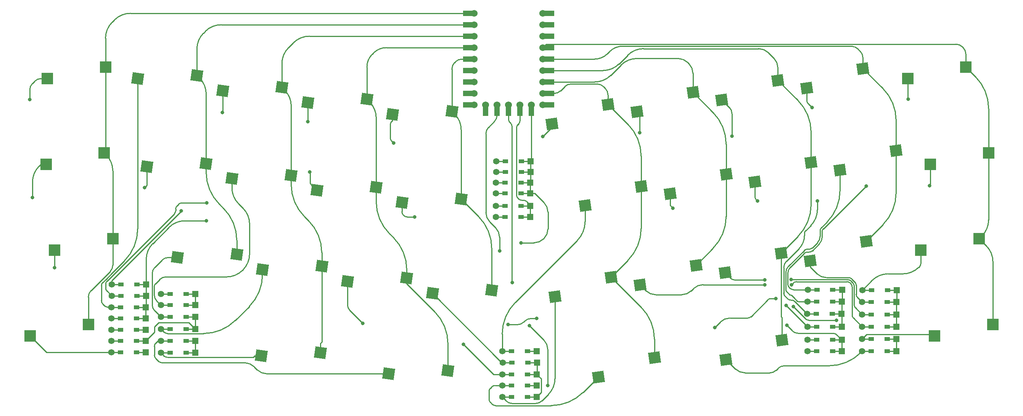
<source format=gbr>
G04 #@! TF.GenerationSoftware,KiCad,Pcbnew,7.0.1-0*
G04 #@! TF.CreationDate,2023-08-24T16:50:40+09:00*
G04 #@! TF.ProjectId,PCB_QAL,5043425f-5141-44c2-9e6b-696361645f70,rev?*
G04 #@! TF.SameCoordinates,Original*
G04 #@! TF.FileFunction,Copper,L2,Bot*
G04 #@! TF.FilePolarity,Positive*
%FSLAX46Y46*%
G04 Gerber Fmt 4.6, Leading zero omitted, Abs format (unit mm)*
G04 Created by KiCad (PCBNEW 7.0.1-0) date 2023-08-24 16:50:40*
%MOMM*%
%LPD*%
G01*
G04 APERTURE LIST*
G04 Aperture macros list*
%AMRotRect*
0 Rectangle, with rotation*
0 The origin of the aperture is its center*
0 $1 length*
0 $2 width*
0 $3 Rotation angle, in degrees counterclockwise*
0 Add horizontal line*
21,1,$1,$2,0,0,$3*%
G04 Aperture macros list end*
G04 #@! TA.AperFunction,SMDPad,CuDef*
%ADD10R,2.550000X2.500000*%
G04 #@! TD*
G04 #@! TA.AperFunction,SMDPad,CuDef*
%ADD11RotRect,2.550000X2.500000X352.000000*%
G04 #@! TD*
G04 #@! TA.AperFunction,SMDPad,CuDef*
%ADD12RotRect,2.550000X2.500000X8.000000*%
G04 #@! TD*
G04 #@! TA.AperFunction,ComponentPad*
%ADD13R,1.397000X1.397000*%
G04 #@! TD*
G04 #@! TA.AperFunction,SMDPad,CuDef*
%ADD14R,1.300000X0.950000*%
G04 #@! TD*
G04 #@! TA.AperFunction,ComponentPad*
%ADD15C,1.397000*%
G04 #@! TD*
G04 #@! TA.AperFunction,ComponentPad*
%ADD16C,1.524000*%
G04 #@! TD*
G04 #@! TA.AperFunction,SMDPad,CuDef*
%ADD17R,2.000000X1.200000*%
G04 #@! TD*
G04 #@! TA.AperFunction,SMDPad,CuDef*
%ADD18R,1.200000X2.000000*%
G04 #@! TD*
G04 #@! TA.AperFunction,ViaPad*
%ADD19C,0.800000*%
G04 #@! TD*
G04 #@! TA.AperFunction,Conductor*
%ADD20C,0.250000*%
G04 #@! TD*
G04 APERTURE END LIST*
D10*
X-236513475Y108684267D03*
X-249440475Y106144267D03*
D11*
X-216221932Y106841283D03*
X-229376627Y106125092D03*
X-197357325Y104190035D03*
X-210512020Y103473844D03*
X-178492719Y101538788D03*
X-191647414Y100822597D03*
X-159628112Y98887540D03*
X-172782807Y98171349D03*
D12*
X-124985883Y100422573D03*
X-137433579Y96108201D03*
X-106121276Y103073820D03*
X-118568972Y98759448D03*
X-87256670Y105725068D03*
X-99704366Y101410696D03*
X-68392063Y108376316D03*
X-80839759Y104061944D03*
D11*
X-195292421Y84662617D03*
X-208447116Y83946426D03*
X-176427814Y82011369D03*
X-189582509Y81295178D03*
X-157563208Y79360122D03*
X-170717903Y78643931D03*
D12*
X-117618484Y82220778D03*
X-130066180Y77906406D03*
X-98753877Y84872026D03*
X-111201573Y80557654D03*
X-79889270Y87523273D03*
X-92336966Y83208901D03*
X-61024664Y90174521D03*
X-73472360Y85860149D03*
D10*
X-40488975Y89634266D03*
X-53415975Y87094266D03*
D11*
X-207375972Y67123634D03*
X-220530667Y66407443D03*
X-188511365Y64472386D03*
X-201666060Y63756195D03*
X-169646759Y61821139D03*
X-182801454Y61104948D03*
X-150782152Y59169891D03*
X-163936847Y58453700D03*
D10*
X-45537475Y108684267D03*
X-58464475Y106144267D03*
X-236799475Y89634266D03*
X-249726475Y87094266D03*
D11*
X-188800000Y45290000D03*
X-201954695Y44573809D03*
D10*
X-42583975Y70584266D03*
X-55510975Y68044266D03*
X-234893975Y70584266D03*
X-247820975Y68044266D03*
D11*
X-160507380Y41299467D03*
X-173662075Y40583276D03*
D12*
X-114673817Y44160193D03*
X-127121513Y39845821D03*
D13*
X-73073475Y56576266D03*
D14*
X-75108475Y56576266D03*
X-78658475Y56576266D03*
D15*
X-80693475Y56576266D03*
D13*
X-140843475Y45626266D03*
D14*
X-142878475Y45626266D03*
X-146428475Y45626266D03*
D15*
X-148463475Y45626266D03*
D12*
X-67653926Y69997027D03*
X-80101622Y65682655D03*
D13*
X-140843475Y37968766D03*
D14*
X-142878475Y37968766D03*
X-146428475Y37968766D03*
D15*
X-148463475Y37968766D03*
D13*
X-142238475Y75400266D03*
D14*
X-144273475Y75400266D03*
X-147823475Y75400266D03*
D15*
X-149858475Y75400266D03*
D13*
X-227563475Y45366266D03*
D14*
X-229598475Y45366266D03*
X-233148475Y45366266D03*
D15*
X-235183475Y45366266D03*
D12*
X-86543926Y67357027D03*
X-98991622Y63042655D03*
D13*
X-227563475Y50374266D03*
D14*
X-229598475Y50374266D03*
X-233148475Y50374266D03*
D15*
X-235183475Y50374266D03*
D13*
X-140743475Y43086266D03*
D14*
X-142778475Y43086266D03*
X-146328475Y43086266D03*
D15*
X-148363475Y43086266D03*
D13*
X-60958475Y56506266D03*
D14*
X-62993475Y56506266D03*
X-66543475Y56506266D03*
D15*
X-68578475Y56506266D03*
D13*
X-60953475Y53756266D03*
D14*
X-62988475Y53756266D03*
X-66538475Y53756266D03*
D15*
X-68573475Y53756266D03*
D13*
X-216603475Y45266266D03*
D14*
X-218638475Y45266266D03*
X-222188475Y45266266D03*
D15*
X-224223475Y45266266D03*
D12*
X-105433926Y64687027D03*
X-117881622Y60372655D03*
D13*
X-142213475Y80616266D03*
D14*
X-144248475Y80616266D03*
X-147798475Y80616266D03*
D15*
X-149833475Y80616266D03*
D13*
X-73103475Y48146266D03*
D14*
X-75138475Y48146266D03*
X-78688475Y48146266D03*
D15*
X-80723475Y48146266D03*
D13*
X-216598475Y58346266D03*
D14*
X-218633475Y58346266D03*
X-222183475Y58346266D03*
D15*
X-224218475Y58346266D03*
D13*
X-60953475Y45566266D03*
D14*
X-62988475Y45566266D03*
X-66538475Y45566266D03*
D15*
X-68573475Y45566266D03*
D11*
X-214170925Y87294944D03*
X-227325620Y86578753D03*
D13*
X-73103475Y45566266D03*
D14*
X-75138475Y45566266D03*
X-78688475Y45566266D03*
D15*
X-80723475Y45566266D03*
D10*
X-240323475Y51534267D03*
X-253250475Y48994267D03*
D13*
X-227533475Y57916266D03*
D14*
X-229568475Y57916266D03*
X-233118475Y57916266D03*
D15*
X-235153475Y57916266D03*
D13*
X-140783475Y40476266D03*
D14*
X-142818475Y40476266D03*
X-146368475Y40476266D03*
D15*
X-148403475Y40476266D03*
D13*
X-216603475Y55842266D03*
D14*
X-218638475Y55842266D03*
X-222188475Y55842266D03*
D15*
X-224223475Y55842266D03*
D13*
X-216603475Y47910266D03*
D14*
X-218638475Y47910266D03*
X-222188475Y47910266D03*
D15*
X-224223475Y47910266D03*
D13*
X-142153475Y87730266D03*
D14*
X-144188475Y87730266D03*
X-147738475Y87730266D03*
D15*
X-149773475Y87730266D03*
D13*
X-73028475Y59276266D03*
D14*
X-75063475Y59276266D03*
X-78613475Y59276266D03*
D15*
X-80648475Y59276266D03*
D13*
X-227563475Y55382266D03*
D14*
X-229598475Y55382266D03*
X-233148475Y55382266D03*
D15*
X-235183475Y55382266D03*
D13*
X-60878475Y59166266D03*
D14*
X-62913475Y59166266D03*
X-66463475Y59166266D03*
D15*
X-68498475Y59166266D03*
D13*
X-227563475Y52878266D03*
D14*
X-229598475Y52878266D03*
X-233148475Y52878266D03*
D15*
X-235183475Y52878266D03*
D13*
X-60953475Y48296266D03*
D14*
X-62988475Y48296266D03*
X-66538475Y48296266D03*
D15*
X-68573475Y48296266D03*
D10*
X-39536475Y51534266D03*
X-52463475Y48994266D03*
D13*
X-142143475Y85358933D03*
D14*
X-144178475Y85358933D03*
X-147728475Y85358933D03*
D15*
X-149763475Y85358933D03*
D13*
X-142238475Y77866266D03*
D14*
X-144273475Y77866266D03*
X-147823475Y77866266D03*
D15*
X-149858475Y77866266D03*
D13*
X-140843475Y35416266D03*
D14*
X-142878475Y35416266D03*
X-146428475Y35416266D03*
D15*
X-148463475Y35416266D03*
D13*
X-227473475Y60396266D03*
D14*
X-229508475Y60396266D03*
X-233058475Y60396266D03*
D15*
X-235093475Y60396266D03*
D13*
X-227563475Y47870266D03*
D14*
X-229598475Y47870266D03*
X-233148475Y47870266D03*
D15*
X-235183475Y47870266D03*
D13*
X-73108475Y51016266D03*
D14*
X-75143475Y51016266D03*
X-78693475Y51016266D03*
D15*
X-80728475Y51016266D03*
D12*
X-124294488Y62040028D03*
X-136742184Y57725656D03*
D13*
X-60953475Y51026266D03*
D14*
X-62988475Y51026266D03*
X-66538475Y51026266D03*
D15*
X-68573475Y51026266D03*
D13*
X-216603475Y50554266D03*
D14*
X-218638475Y50554266D03*
X-222188475Y50554266D03*
D15*
X-224223475Y50554266D03*
D13*
X-73178475Y53906266D03*
D14*
X-75213475Y53906266D03*
X-78763475Y53906266D03*
D15*
X-80798475Y53906266D03*
D12*
X-86346872Y48095792D03*
X-98794568Y43781420D03*
D13*
X-142213475Y82987600D03*
D14*
X-144248475Y82987600D03*
X-147798475Y82987600D03*
D15*
X-149833475Y82987600D03*
D13*
X-216603475Y53198266D03*
D14*
X-218638475Y53198266D03*
X-222188475Y53198266D03*
D15*
X-224223475Y53198266D03*
D16*
X-154663475Y120626266D03*
D17*
X-156133475Y120626266D03*
D16*
X-154663475Y118086266D03*
D17*
X-156133475Y118086266D03*
D16*
X-154663475Y115546266D03*
D17*
X-156133475Y115546266D03*
D16*
X-154663475Y113006266D03*
D17*
X-156133475Y113006266D03*
D16*
X-154663475Y110466266D03*
D17*
X-156133475Y110466266D03*
D16*
X-154663475Y107926266D03*
D17*
X-156133475Y107926266D03*
D16*
X-154663475Y105386266D03*
D17*
X-156133475Y105386266D03*
D16*
X-154663475Y102846266D03*
D17*
X-156133475Y102846266D03*
D16*
X-154663475Y100306266D03*
D17*
X-156133475Y100306266D03*
D18*
X-152123475Y98846266D03*
D16*
X-152123475Y100306266D03*
D18*
X-149583475Y98836266D03*
D16*
X-149583475Y100306266D03*
D18*
X-147043475Y98846266D03*
D16*
X-147043475Y100306266D03*
X-144503475Y100306266D03*
D18*
X-144513475Y98836266D03*
X-141953475Y98846266D03*
D16*
X-141963475Y100306266D03*
D17*
X-137953475Y100306266D03*
D16*
X-139423475Y100306266D03*
D17*
X-137953475Y102846266D03*
D16*
X-139423475Y102846266D03*
D17*
X-137953475Y105386266D03*
D16*
X-139423475Y105386266D03*
D17*
X-137953475Y107926266D03*
D16*
X-139423475Y107926266D03*
D17*
X-137953475Y110466266D03*
D16*
X-139423475Y110466266D03*
D17*
X-137953475Y113006266D03*
D16*
X-139423475Y113006266D03*
D17*
X-137953475Y115546266D03*
D16*
X-139423475Y115546266D03*
D17*
X-137953475Y118086266D03*
D16*
X-139423475Y118086266D03*
D17*
X-137953475Y120626266D03*
D16*
X-139423475Y120626266D03*
D19*
X-85303475Y51326266D03*
X-214093475Y74556266D03*
X-144243475Y69666266D03*
X-140843475Y52856266D03*
X-147163475Y51496266D03*
X-101283475Y50836266D03*
X-74223475Y52496266D03*
X-146253475Y60836266D03*
X-83853475Y55486266D03*
X-87683475Y57296266D03*
X-142433475Y51296266D03*
X-138333475Y37968766D03*
X-149043475Y67856266D03*
X-253333475Y101486266D03*
X-210563475Y98576266D03*
X-219693475Y76776266D03*
X-214053475Y78516266D03*
X-191623475Y96606266D03*
X-172563475Y91806266D03*
X-139433475Y93286266D03*
X-117973475Y94096266D03*
X-97453475Y93356266D03*
X-79703475Y99726266D03*
X-191153475Y85406266D03*
X-167863475Y75426266D03*
X-85443475Y55796266D03*
X-110553475Y77386266D03*
X-91793475Y78926266D03*
X-78503475Y78966266D03*
X-67643475Y82296266D03*
X-53613475Y82366266D03*
X-157033475Y47096266D03*
X-179403475Y51746266D03*
X-84283475Y60316266D03*
X-90193475Y60376266D03*
X-84333475Y61486266D03*
X-90213475Y61456266D03*
X-227823475Y81906266D03*
X-58363475Y101546266D03*
X-252723475Y79736266D03*
X-247853475Y64106266D03*
D20*
X-73103475Y48146266D02*
X-73103475Y45566266D01*
X-82705048Y49556266D02*
X-74927689Y49556266D01*
X-144188475Y87730266D02*
X-142153475Y87730266D01*
X-227473475Y60396266D02*
X-227473475Y65975198D01*
X-229508475Y60396266D02*
X-227473475Y60396266D01*
X-142143475Y83057600D02*
X-142213475Y82987600D01*
X-138303475Y72758907D02*
X-138303475Y76473625D01*
X-142213475Y80616266D02*
X-144248475Y80616266D01*
X-227563475Y55382266D02*
X-227563475Y52878266D01*
X-141203475Y80616266D02*
X-142213475Y80616266D01*
X-227533475Y57916266D02*
X-227533475Y60336266D01*
X-229568475Y57916266D02*
X-227533475Y57916266D01*
X-229598475Y55382266D02*
X-227563475Y55382266D01*
X-227533475Y55412266D02*
X-227563475Y55382266D01*
X-144243475Y69666266D02*
X-141396116Y69666266D01*
X-142143475Y85358933D02*
X-144178475Y85358933D01*
X-142143475Y85358933D02*
X-142143475Y83057600D01*
X-227533475Y60336266D02*
X-227473475Y60396266D01*
X-142143475Y85358933D02*
X-142143475Y87720266D01*
X-141963475Y100306266D02*
X-141963475Y87920266D01*
X-73103475Y45566266D02*
X-75138475Y45566266D01*
X-75138475Y48146266D02*
X-73103475Y48146266D01*
X-139274795Y70544946D02*
X-139182154Y70637587D01*
X-74220582Y49263373D02*
X-73103475Y48146266D01*
X-85303475Y51326266D02*
X-84119261Y50142052D01*
X-226009009Y69510732D02*
X-222427941Y73091800D01*
X-229598475Y52878266D02*
X-227563475Y52878266D01*
X-218892407Y74556266D02*
X-214093475Y74556266D01*
X-142143475Y87720266D02*
X-142153475Y87730266D01*
X-139182155Y78594946D02*
X-141203475Y80616266D01*
X-141963475Y87920266D02*
X-142153475Y87730266D01*
X-144248475Y82987600D02*
X-142213475Y82987600D01*
X-142213475Y82987600D02*
X-142213475Y80616266D01*
X-227533475Y57916266D02*
X-227533475Y55412266D01*
X-74220582Y49263373D02*
G75*
G03*
X-74927689Y49556266I-707104J-707101D01*
G01*
X-138303475Y76473625D02*
G75*
G03*
X-139182155Y78594946I-3000005J-2D01*
G01*
X-139182154Y70637587D02*
G75*
G03*
X-138303475Y72758907I-2121319J2121319D01*
G01*
X-84119261Y50142052D02*
G75*
G03*
X-82705048Y49556266I1414213J1414214D01*
G01*
X-141396116Y69666266D02*
G75*
G03*
X-139274795Y70544946I-2J3000005D01*
G01*
X-218892407Y74556266D02*
G75*
G03*
X-222427941Y73091800I-1J-4999998D01*
G01*
X-226009009Y69510732D02*
G75*
G03*
X-227473475Y65975198I3535532J-3535533D01*
G01*
X-145265474Y95215786D02*
X-145265474Y80272479D01*
X-142238475Y78061266D02*
X-142238475Y77866266D01*
X-73103475Y53718266D02*
X-73103475Y51156266D01*
X-73073475Y56576266D02*
X-75108475Y56576266D01*
X-73028475Y59276266D02*
X-73028475Y56631266D01*
X-218638475Y55842266D02*
X-216603475Y55842266D01*
X-73043475Y56616266D02*
X-73043475Y53778266D01*
X-73178475Y53906266D02*
X-75213475Y53906266D01*
X-140843475Y45626266D02*
X-142878475Y45626266D01*
X-142055048Y52856266D02*
X-140843475Y52856266D01*
X-144796368Y96099106D02*
X-144972581Y95922893D01*
X-144099261Y79106266D02*
X-143697689Y79106266D01*
X-142238475Y75400266D02*
X-142238475Y77866266D01*
X-75063475Y59276266D02*
X-73028475Y59276266D01*
X-142238475Y77866266D02*
X-144273475Y77866266D01*
X-144972581Y79565372D02*
X-144806368Y79399159D01*
X-144273475Y75400266D02*
X-142238475Y75400266D01*
X-143657688Y52082053D02*
X-143469261Y52270480D01*
X-73043475Y53778266D02*
X-73103475Y53718266D01*
X-216598475Y58346266D02*
X-216598475Y55847266D01*
X-144503475Y100306266D02*
X-144503475Y96806213D01*
X-216598475Y55847266D02*
X-216603475Y55842266D01*
X-147163475Y51496266D02*
X-145071902Y51496266D01*
X-229598475Y50374266D02*
X-227563475Y50374266D01*
X-142990582Y78813373D02*
X-142238475Y78061266D01*
X-73108475Y51016266D02*
X-75143475Y51016266D01*
X-218633475Y58346266D02*
X-216598475Y58346266D01*
X-144972581Y95922893D02*
G75*
G03*
X-145265474Y95215786I707101J-707104D01*
G01*
X-144806368Y79399159D02*
G75*
G03*
X-144099261Y79106266I707104J707101D01*
G01*
X-145071902Y51496267D02*
G75*
G03*
X-143657689Y52082054I0J1999999D01*
G01*
X-145265473Y80272479D02*
G75*
G03*
X-144972580Y79565373I999993J-3D01*
G01*
X-142055048Y52856265D02*
G75*
G03*
X-143469260Y52270479I0J-1999999D01*
G01*
X-144796368Y96099106D02*
G75*
G03*
X-144503475Y96806213I-707101J707104D01*
G01*
X-142990582Y78813373D02*
G75*
G03*
X-143697689Y79106266I-707104J-707101D01*
G01*
X-60878475Y56586266D02*
X-60958475Y56506266D01*
X-97910834Y52966266D02*
X-94313475Y52966266D01*
X-140783475Y40476266D02*
X-142818475Y40476266D01*
X-60953475Y53756266D02*
X-60953475Y56501266D01*
X-60878475Y59166266D02*
X-60878475Y56586266D01*
X-218638475Y50554266D02*
X-216603475Y50554266D01*
X-216603475Y53198266D02*
X-218638475Y53198266D01*
X-218025475Y51976266D02*
X-216603475Y50554266D01*
X-227563475Y47870266D02*
X-225633475Y49800266D01*
X-140843475Y35416266D02*
X-139819975Y36439766D01*
X-101283475Y50836266D02*
X-100032154Y52087587D01*
X-146281476Y60864267D02*
X-146253475Y60836266D01*
X-60953475Y51026266D02*
X-60953475Y53756266D01*
X-216603475Y50554266D02*
X-216603475Y53198266D01*
X-146281476Y95495786D02*
X-146281476Y60864267D01*
X-60958475Y56506266D02*
X-62993475Y56506266D01*
X-146750582Y96379106D02*
X-146574369Y96202893D01*
X-225633475Y49800266D02*
X-225633475Y51026266D01*
X-147043475Y100306266D02*
X-147043475Y97086213D01*
X-94313475Y52966266D02*
X-93957689Y52966266D01*
X-139819975Y39512766D02*
X-140783475Y40476266D01*
X-62913475Y59166266D02*
X-60878475Y59166266D01*
X-227563475Y47870266D02*
X-229598475Y47870266D01*
X-88799261Y57296266D02*
X-87683475Y57296266D01*
X-140743475Y43086266D02*
X-140743475Y40516266D01*
X-224683475Y51976266D02*
X-218025475Y51976266D01*
X-83853475Y55486266D02*
X-81156368Y52789159D01*
X-60953475Y53756266D02*
X-62988475Y53756266D01*
X-140743475Y40516266D02*
X-140783475Y40476266D01*
X-80449261Y52496266D02*
X-74223475Y52496266D01*
X-139819975Y36439766D02*
X-139819975Y39512766D01*
X-60953475Y51026266D02*
X-62988475Y51026266D01*
X-60953475Y56501266D02*
X-60958475Y56506266D01*
X-225633475Y51026266D02*
X-224683475Y51976266D01*
X-140843475Y35416266D02*
X-142878475Y35416266D01*
X-142778475Y43086266D02*
X-140743475Y43086266D01*
X-93250582Y53259159D02*
X-89506368Y57003373D01*
X-97910834Y52966266D02*
G75*
G03*
X-100032154Y52087587I-1J-2999998D01*
G01*
X-81156368Y52789159D02*
G75*
G03*
X-80449261Y52496266I707106J707106D01*
G01*
X-147043474Y97086213D02*
G75*
G03*
X-146750581Y96379107I999993J-3D01*
G01*
X-93957689Y52966267D02*
G75*
G03*
X-93250583Y53259160I1J999998D01*
G01*
X-146281477Y95495786D02*
G75*
G03*
X-146574370Y96202892I-999993J3D01*
G01*
X-88799261Y57296265D02*
G75*
G03*
X-89506367Y57003372I-1J-999998D01*
G01*
X-216603475Y47910266D02*
X-216603475Y45266266D01*
X-140843475Y37968766D02*
X-142878475Y37968766D01*
X-152073475Y93901573D02*
X-152073475Y76408907D01*
X-60953475Y45566266D02*
X-60953475Y48296266D01*
X-149043475Y70893625D02*
X-149043475Y67856266D01*
X-60953475Y45566266D02*
X-62988475Y45566266D01*
X-149583475Y100306266D02*
X-149583475Y98048427D01*
X-60953475Y48296266D02*
X-62988475Y48296266D01*
X-150169262Y96634213D02*
X-151487689Y95315786D01*
X-151194795Y74287586D02*
X-149922154Y73014945D01*
X-218638475Y45266266D02*
X-216603475Y45266266D01*
X-138333475Y45953625D02*
X-138333475Y37968766D01*
X-229598475Y45366266D02*
X-227563475Y45366266D01*
X-142433475Y51296266D02*
X-139212154Y48074945D01*
X-216603475Y47910266D02*
X-218638475Y47910266D01*
X-151487689Y95315786D02*
G75*
G03*
X-152073475Y93901573I1414214J-1414213D01*
G01*
X-149043475Y70893625D02*
G75*
G03*
X-149922154Y73014945I-2999998J1D01*
G01*
X-152073475Y76408907D02*
G75*
G03*
X-151194795Y74287586I3000005J2D01*
G01*
X-138333475Y45953625D02*
G75*
G03*
X-139212154Y48074945I-2999998J1D01*
G01*
X-150169262Y96634213D02*
G75*
G03*
X-149583475Y98048427I-1414213J1414214D01*
G01*
X-240323475Y57637839D02*
X-240323475Y51534267D01*
X-236513475Y89920266D02*
X-236799475Y89634266D01*
X-236513475Y115095198D02*
X-236513475Y108684267D01*
X-235479762Y63309979D02*
X-239737689Y59052052D01*
X-154663475Y120626266D02*
X-230982407Y120626266D01*
X-234893975Y85657698D02*
X-234893975Y70584266D01*
X-234893975Y70584266D02*
X-234893975Y64724193D01*
X-234517941Y119161800D02*
X-235049009Y118630732D01*
X-236513475Y108684267D02*
X-236513475Y89920266D01*
X-236799475Y89634266D02*
X-236358441Y89193232D01*
X-239737689Y59052052D02*
G75*
G03*
X-240323475Y57637839I1414214J-1414213D01*
G01*
X-230982407Y120626266D02*
G75*
G03*
X-234517941Y119161800I-1J-4999998D01*
G01*
X-235049009Y118630732D02*
G75*
G03*
X-236513475Y115095198I3535532J-3535533D01*
G01*
X-234893975Y85657698D02*
G75*
G03*
X-236358441Y89193232I-4999998J1D01*
G01*
X-235479762Y63309979D02*
G75*
G03*
X-234893975Y64724193I-1414213J1414214D01*
G01*
X-214170925Y102719208D02*
X-214170925Y87294944D01*
X-216221932Y112696741D02*
X-216221932Y106841283D01*
X-154663475Y118086266D02*
X-210832407Y118086266D01*
X-207375972Y67123634D02*
X-207375972Y70239177D01*
X-216221932Y106841283D02*
X-215635391Y106254742D01*
X-214170925Y85318402D02*
X-214170925Y87294944D01*
X-214367941Y116621800D02*
X-214757466Y116232275D01*
X-210304904Y77310245D02*
X-211241993Y78247334D01*
X-207375973Y70239177D02*
G75*
G03*
X-210304904Y77310245I-10000006J-2D01*
G01*
X-210832407Y118086266D02*
G75*
G03*
X-214367941Y116621800I-1J-4999998D01*
G01*
X-214170924Y85318402D02*
G75*
G03*
X-211241993Y78247334I10000006J2D01*
G01*
X-214170925Y102719208D02*
G75*
G03*
X-215635391Y106254742I-4999998J1D01*
G01*
X-214757466Y116232275D02*
G75*
G03*
X-216221932Y112696741I3535532J-3535533D01*
G01*
X-154663475Y115546266D02*
X-191262407Y115546266D01*
X-195292421Y82573882D02*
X-195292421Y84662617D01*
X-194797941Y114081800D02*
X-195892859Y112986882D01*
X-195292421Y100054063D02*
X-195292421Y84662617D01*
X-188511365Y64472386D02*
X-188511365Y67508554D01*
X-197357325Y104190035D02*
X-196756887Y103589597D01*
X-188511365Y64472386D02*
X-188511365Y47668635D01*
X-188511365Y47668635D02*
X-188800000Y47380000D01*
X-191440297Y74579622D02*
X-192363489Y75502814D01*
X-188800000Y47380000D02*
X-188800000Y45290000D01*
X-197357325Y109451348D02*
X-197357325Y104190035D01*
X-195892859Y112986882D02*
G75*
G03*
X-197357325Y109451348I3535532J-3535533D01*
G01*
X-191262407Y115546266D02*
G75*
G03*
X-194797941Y114081800I-1J-4999998D01*
G01*
X-188511365Y67508554D02*
G75*
G03*
X-191440297Y74579622I-9999996J2D01*
G01*
X-195292421Y100054063D02*
G75*
G03*
X-196756887Y103589597I-4999998J1D01*
G01*
X-195292420Y82573882D02*
G75*
G03*
X-192363489Y75502814I10000006J2D01*
G01*
X-169646759Y61821139D02*
X-169646759Y60558855D01*
X-176427814Y97402815D02*
X-176427814Y82011369D01*
X-169646759Y61821139D02*
X-169646759Y63727414D01*
X-172575691Y70798482D02*
X-173498882Y71721673D01*
X-178492719Y108690168D02*
X-178492719Y101538788D01*
X-169646759Y60558855D02*
X-163436312Y54348408D01*
X-178492719Y101538788D02*
X-177892280Y100938349D01*
X-160507380Y47277340D02*
X-160507380Y41299467D01*
X-177005048Y111834693D02*
X-177321146Y111518595D01*
X-154663475Y113006266D02*
X-174176621Y113006266D01*
X-176427814Y78792741D02*
X-176427814Y82011369D01*
X-160507380Y47277340D02*
G75*
G03*
X-163436312Y54348408I-9999996J2D01*
G01*
X-177321146Y111518595D02*
G75*
G03*
X-178492719Y108690168I2828426J-2828427D01*
G01*
X-176427814Y97402815D02*
G75*
G03*
X-177892280Y100938349I-4999998J1D01*
G01*
X-176427814Y78792741D02*
G75*
G03*
X-173498882Y71721673I9999996J-2D01*
G01*
X-174176621Y113006266D02*
G75*
G03*
X-177005048Y111834693I0J-3999999D01*
G01*
X-169646759Y63727414D02*
G75*
G03*
X-172575691Y70798482I-9999996J2D01*
G01*
X-159628112Y98887540D02*
X-159628112Y108243202D01*
X-157563208Y94751568D02*
X-157563208Y79360122D01*
X-159042325Y109657416D02*
X-158819261Y109880480D01*
X-159628112Y98887540D02*
X-159027674Y98287102D01*
X-150782152Y68436930D02*
X-150782152Y59169891D01*
X-157405048Y110466266D02*
X-154663475Y110466266D01*
X-157563208Y79360122D02*
X-153711084Y75507998D01*
X-150782152Y68436930D02*
G75*
G03*
X-153711084Y75507998I-9999996J2D01*
G01*
X-157405048Y110466265D02*
G75*
G03*
X-158819260Y109880479I0J-1999999D01*
G01*
X-157563208Y94751568D02*
G75*
G03*
X-159027674Y98287102I-4999998J1D01*
G01*
X-159042325Y109657416D02*
G75*
G03*
X-159628112Y108243202I1414213J-1414214D01*
G01*
X-120547416Y65787100D02*
X-124294488Y62040028D01*
X-117618484Y82220778D02*
X-117618484Y72858168D01*
X-135487688Y103432053D02*
X-134569261Y104350480D01*
X-124985883Y102530247D02*
X-124985883Y100422573D01*
X-139423475Y102846266D02*
X-136901902Y102846266D01*
X-114673817Y48277221D02*
X-114673817Y44160193D01*
X-133155048Y104936266D02*
X-127391902Y104936266D01*
X-124294488Y62040028D02*
X-117602749Y55348289D01*
X-117618484Y88913038D02*
X-117618484Y82220778D01*
X-124985883Y100422573D02*
X-120547416Y95984106D01*
X-125977688Y104350479D02*
X-125571669Y103944460D01*
X-114673817Y48277221D02*
G75*
G03*
X-117602749Y55348289I-9999996J2D01*
G01*
X-117618484Y88913038D02*
G75*
G03*
X-120547416Y95984106I-9999996J2D01*
G01*
X-124985884Y102530247D02*
G75*
G03*
X-125571670Y103944459I-1999999J0D01*
G01*
X-125977688Y104350479D02*
G75*
G03*
X-127391902Y104936266I-1414214J-1414213D01*
G01*
X-120547416Y65787100D02*
G75*
G03*
X-117618484Y72858168I-7071075J7071070D01*
G01*
X-133155048Y104936265D02*
G75*
G03*
X-134569260Y104350479I0J-1999999D01*
G01*
X-136901902Y102846267D02*
G75*
G03*
X-135487689Y103432054I0J1999999D01*
G01*
X-127904543Y105386266D02*
X-139423475Y105386266D01*
X-101682809Y68438144D02*
X-105433926Y64687027D01*
X-106999956Y109432747D02*
X-107284796Y109717587D01*
X-98753877Y91564285D02*
X-98753877Y84872026D01*
X-122087941Y109131800D02*
X-124369009Y106850732D01*
X-109406116Y110596266D02*
X-118552407Y110596266D01*
X-106121276Y103073820D02*
X-101682809Y98635353D01*
X-98753877Y84872026D02*
X-98753877Y75509212D01*
X-106121276Y103073820D02*
X-106121276Y107311426D01*
X-107284796Y109717587D02*
G75*
G03*
X-109406116Y110596266I-2121319J-2121319D01*
G01*
X-101682809Y68438144D02*
G75*
G03*
X-98753877Y75509212I-7071064J7071066D01*
G01*
X-106121277Y107311426D02*
G75*
G03*
X-106999957Y109432746I-2999993J3D01*
G01*
X-98753878Y91564285D02*
G75*
G03*
X-101682809Y98635353I-10000006J-2D01*
G01*
X-127904543Y105386266D02*
G75*
G03*
X-124369009Y106850732I1J4999998D01*
G01*
X-118552407Y110596266D02*
G75*
G03*
X-122087941Y109131800I-1J-4999998D01*
G01*
X-86346872Y48095792D02*
X-86346872Y53092946D01*
X-87256670Y108516820D02*
X-87256670Y105725068D01*
X-82818202Y71082751D02*
X-86543926Y67357027D01*
X-79889270Y87523273D02*
X-79889270Y78153819D01*
X-89394795Y111897586D02*
X-88135349Y110638140D01*
X-87256670Y105725068D02*
X-82818202Y101286600D01*
X-122529009Y109390732D02*
X-120597941Y111321800D01*
X-79889270Y94215532D02*
X-79889270Y87523273D01*
X-86543926Y67357027D02*
X-86543926Y53290000D01*
X-117062407Y112786266D02*
X-92546784Y112786266D01*
X-92546784Y112786266D02*
X-92536784Y112776266D01*
X-92536784Y112776266D02*
X-91516116Y112776266D01*
X-139423475Y107926266D02*
X-126064543Y107926266D01*
X-86346872Y53092946D02*
X-86543926Y53290000D01*
X-79889271Y94215532D02*
G75*
G03*
X-82818202Y101286600I-10000006J-2D01*
G01*
X-126064543Y107926266D02*
G75*
G03*
X-122529009Y109390732I1J4999998D01*
G01*
X-82818202Y71082751D02*
G75*
G03*
X-79889270Y78153819I-7071075J7071070D01*
G01*
X-87256670Y108516820D02*
G75*
G03*
X-88135349Y110638140I-2999998J1D01*
G01*
X-89394795Y111897586D02*
G75*
G03*
X-91516116Y112776266I-2121323J-2121325D01*
G01*
X-117062407Y112786266D02*
G75*
G03*
X-120597941Y111321800I-1J-4999998D01*
G01*
X-68392063Y110174854D02*
X-68383475Y110183442D01*
X-68392063Y108376316D02*
X-63953596Y103937849D01*
X-63953596Y73697357D02*
X-67653926Y69997027D01*
X-124593049Y112146692D02*
X-125101902Y111637839D01*
X-127930329Y110466266D02*
X-139423475Y110466266D01*
X-70943901Y113318265D02*
X-121764622Y113318265D01*
X-61024664Y90174521D02*
X-61024664Y80768425D01*
X-68969262Y112172053D02*
X-69529688Y112732479D01*
X-68383475Y110183442D02*
X-68383475Y110757839D01*
X-68392063Y108376316D02*
X-68392063Y110174854D01*
X-61024664Y96866781D02*
X-61024664Y90174521D01*
X-63953596Y73697357D02*
G75*
G03*
X-61024664Y80768425I-7071064J7071066D01*
G01*
X-68383476Y110757839D02*
G75*
G03*
X-68969263Y112172052I-1999999J0D01*
G01*
X-121764622Y113318265D02*
G75*
G03*
X-124593049Y112146692I0J-3999999D01*
G01*
X-69529688Y112732479D02*
G75*
G03*
X-70943901Y113318265I-1414213J-1414214D01*
G01*
X-127930329Y110466266D02*
G75*
G03*
X-125101902Y111637839I0J3999999D01*
G01*
X-61024664Y96866781D02*
G75*
G03*
X-63953596Y103937849I-9999996J2D01*
G01*
X-42583975Y70584266D02*
X-41000941Y69001232D01*
X-45537475Y108684267D02*
X-43417907Y106564699D01*
X-138661476Y113768265D02*
X-47733901Y113768265D01*
X-46319687Y113182478D02*
X-46123261Y112986052D01*
X-39536475Y65465698D02*
X-39536475Y51534266D01*
X-139423475Y113006266D02*
X-138661476Y113768265D01*
X-40488975Y99493631D02*
X-40488975Y89634266D01*
X-40488975Y89634266D02*
X-40488975Y74750334D01*
X-45537475Y111571839D02*
X-45537475Y108684267D01*
X-41953441Y71214800D02*
X-42583975Y70584266D01*
X-45537476Y111571839D02*
G75*
G03*
X-46123262Y112986051I-1999999J0D01*
G01*
X-39536475Y65465698D02*
G75*
G03*
X-41000941Y69001232I-4999998J1D01*
G01*
X-41953441Y71214800D02*
G75*
G03*
X-40488975Y74750334I-3535532J3535533D01*
G01*
X-40488976Y99493631D02*
G75*
G03*
X-43417907Y106564699I-10000006J-2D01*
G01*
X-46319687Y113182478D02*
G75*
G03*
X-47733901Y113768265I-1414214J-1414213D01*
G01*
X-250797047Y106144267D02*
X-249440475Y106144267D01*
X-235183475Y52878266D02*
X-233148475Y52878266D01*
X-252747688Y105022053D02*
X-252211260Y105558481D01*
X-253333475Y101486266D02*
X-253333475Y103607839D01*
X-252747688Y105022053D02*
G75*
G03*
X-253333475Y103607839I1414213J-1414214D01*
G01*
X-250797047Y106144266D02*
G75*
G03*
X-252211259Y105558480I0J-1999999D01*
G01*
X-237423475Y60142052D02*
X-237423475Y56810480D01*
X-236349899Y61629842D02*
X-237130582Y60849159D01*
X-234406673Y63569464D02*
X-236346295Y61629842D01*
X-229376627Y106125092D02*
X-229376627Y72741646D01*
X-235995261Y55382266D02*
X-235183475Y55382266D01*
X-232305559Y65670578D02*
X-235391673Y62584464D01*
X-235183475Y55382266D02*
X-233148475Y55382266D01*
X-236346295Y61629842D02*
X-236349899Y61629842D01*
X-237130582Y56103373D02*
X-236702368Y55675159D01*
X-232305559Y65670578D02*
G75*
G03*
X-229376627Y72741646I-7071064J7071066D01*
G01*
X-236702368Y55675159D02*
G75*
G03*
X-235995261Y55382266I707106J707106D01*
G01*
X-237130582Y60849159D02*
G75*
G03*
X-237423475Y60142052I707101J-707104D01*
G01*
X-237423474Y56810480D02*
G75*
G03*
X-237130581Y56103374I999993J-3D01*
G01*
X-235093475Y61306266D02*
X-219693475Y76706266D01*
X-210512020Y98627721D02*
X-210512020Y103473844D01*
X-210563475Y98576266D02*
X-210512020Y98627721D01*
X-235093475Y60396266D02*
X-233058475Y60396266D01*
X-219693475Y76706266D02*
X-219693475Y76776266D01*
X-235093475Y60396266D02*
X-235093475Y61306266D01*
X-191623475Y96606266D02*
X-191647414Y96630205D01*
X-236180582Y58943373D02*
X-235153475Y57916266D01*
X-236473475Y59650480D02*
X-236473475Y60452052D01*
X-219579261Y78516266D02*
X-214053475Y78516266D01*
X-236180582Y61159159D02*
X-221226368Y76113373D01*
X-220640582Y77869159D02*
X-220286368Y78223373D01*
X-220933475Y76820480D02*
X-220933475Y77162052D01*
X-235153475Y57916266D02*
X-233118475Y57916266D01*
X-191647414Y96630205D02*
X-191647414Y100822597D01*
X-220640582Y77869159D02*
G75*
G03*
X-220933475Y77162052I707101J-707104D01*
G01*
X-236473474Y59650480D02*
G75*
G03*
X-236180581Y58943374I999998J-1D01*
G01*
X-219579261Y78516265D02*
G75*
G03*
X-220286367Y78223372I-3J-999993D01*
G01*
X-236180582Y61159159D02*
G75*
G03*
X-236473475Y60452052I707106J-707106D01*
G01*
X-221226368Y76113373D02*
G75*
G03*
X-220933475Y76820480I-707106J707106D01*
G01*
X-173283475Y92940480D02*
X-173283475Y95912052D01*
X-172782807Y96826934D02*
X-172782807Y98171349D01*
X-147798475Y80616266D02*
X-149833475Y80616266D01*
X-172563475Y91806266D02*
X-172990582Y92233373D01*
X-172990582Y96619159D02*
X-172782807Y96826934D01*
X-173283474Y92940480D02*
G75*
G03*
X-172990581Y92233374I999993J-3D01*
G01*
X-172990582Y96619159D02*
G75*
G03*
X-173283475Y95912052I707101J-707104D01*
G01*
X-139433475Y93286266D02*
X-137433579Y95286162D01*
X-149833475Y82987600D02*
X-147798475Y82987600D01*
X-137433579Y95286162D02*
X-137433579Y96108201D01*
X-117973475Y94096266D02*
X-117973475Y98163951D01*
X-117973475Y98163951D02*
X-118568972Y98759448D01*
X-147728475Y85358933D02*
X-149763475Y85358933D01*
X-97453475Y93356266D02*
X-97453475Y98331378D01*
X-98039262Y99745592D02*
X-99704366Y101410696D01*
X-149773475Y87730266D02*
X-147738475Y87730266D01*
X-97453476Y98331378D02*
G75*
G03*
X-98039263Y99745591I-1999999J0D01*
G01*
X-80723475Y45566266D02*
X-78688475Y45566266D01*
X-80839759Y101276764D02*
X-80839759Y104061944D01*
X-79703475Y99726266D02*
X-80546866Y100569657D01*
X-80839758Y101276764D02*
G75*
G03*
X-80546865Y100569658I999993J-3D01*
G01*
X-222188475Y55842266D02*
X-224223475Y55842266D01*
X-225410582Y60589159D02*
X-224489261Y61510480D01*
X-204533475Y67197334D02*
X-204533475Y73825198D01*
X-208447116Y81880975D02*
X-208447116Y83946426D01*
X-224223475Y55842266D02*
X-225117689Y56736480D01*
X-206099009Y63560732D02*
X-205997941Y63661800D01*
X-225703475Y58150693D02*
X-225703475Y59882052D01*
X-205997941Y77360732D02*
X-206982650Y78345441D01*
X-223075048Y62096266D02*
X-209634543Y62096266D01*
X-225703474Y58150693D02*
G75*
G03*
X-225117688Y56736481I1999999J0D01*
G01*
X-223075048Y62096265D02*
G75*
G03*
X-224489260Y61510479I0J-1999999D01*
G01*
X-209634543Y62096266D02*
G75*
G03*
X-206099009Y63560732I1J4999998D01*
G01*
X-204533475Y73825198D02*
G75*
G03*
X-205997941Y77360732I-4999998J1D01*
G01*
X-208447116Y81880975D02*
G75*
G03*
X-206982650Y78345441I4999998J-1D01*
G01*
X-225410582Y60589159D02*
G75*
G03*
X-225703475Y59882052I707101J-707104D01*
G01*
X-205997941Y63661800D02*
G75*
G03*
X-204533475Y67197334I-3535532J3535533D01*
G01*
X-191103475Y85356266D02*
X-191103475Y83230358D01*
X-149858475Y77866266D02*
X-147823475Y77866266D01*
X-191153475Y85406266D02*
X-191103475Y85356266D01*
X-190810582Y82523251D02*
X-189582509Y81295178D01*
X-191103474Y83230358D02*
G75*
G03*
X-190810581Y82523252I999993J-3D01*
G01*
X-170296368Y75719159D02*
X-170425010Y75847801D01*
X-170717903Y76554908D02*
X-170717903Y78643931D01*
X-147823475Y75400266D02*
X-149858475Y75400266D01*
X-167863475Y75426266D02*
X-169589261Y75426266D01*
X-170717902Y76554908D02*
G75*
G03*
X-170425009Y75847802I999993J-3D01*
G01*
X-170296368Y75719159D02*
G75*
G03*
X-169589261Y75426266I707104J707101D01*
G01*
X-130066180Y74388842D02*
X-130066180Y77906406D01*
X-148463475Y45626266D02*
X-148463475Y49374130D01*
X-132663475Y69306266D02*
X-131823539Y70146202D01*
X-145534543Y56445198D02*
X-132673475Y69306266D01*
X-132673475Y69306266D02*
X-132663475Y69306266D01*
X-146428475Y45626266D02*
X-148463475Y45626266D01*
X-131823539Y70146202D02*
G75*
G03*
X-130066180Y74388842I-4242644J4242642D01*
G01*
X-145534543Y56445198D02*
G75*
G03*
X-148463475Y49374130I7071075J-7071070D01*
G01*
X-78693475Y51016266D02*
X-80728475Y51016266D01*
X-111201573Y78034364D02*
X-111201573Y80557654D01*
X-85443475Y55731266D02*
X-85443475Y55796266D01*
X-110553475Y77386266D02*
X-111201573Y78034364D01*
X-80728475Y51016266D02*
X-85443475Y55731266D01*
X-85958475Y64157484D02*
X-85958475Y58495480D01*
X-78503475Y78966266D02*
X-78503475Y77023173D01*
X-81379037Y71662329D02*
X-81379037Y71222203D01*
X-91793475Y78926266D02*
X-92044073Y79176864D01*
X-84419261Y56956266D02*
X-84262689Y56956266D01*
X-82550610Y68393776D02*
X-85372688Y65571698D01*
X-83555582Y56663373D02*
X-80798475Y53906266D01*
X-79967941Y73487639D02*
X-81086144Y72369436D01*
X-80798475Y53906266D02*
X-78763475Y53906266D01*
X-92336966Y79883971D02*
X-92336966Y83208901D01*
X-85665582Y57788373D02*
X-85126368Y57249159D01*
X-81086144Y72369436D02*
G75*
G03*
X-81379037Y71662329I707106J-707106D01*
G01*
X-92336965Y79883971D02*
G75*
G03*
X-92044072Y79176865I999998J-1D01*
G01*
X-83555582Y56663373D02*
G75*
G03*
X-84262689Y56956266I-707106J-707106D01*
G01*
X-82550610Y68393776D02*
G75*
G03*
X-81379037Y71222203I-2828426J2828427D01*
G01*
X-85126368Y57249159D02*
G75*
G03*
X-84419261Y56956266I707106J707106D01*
G01*
X-85958474Y58495480D02*
G75*
G03*
X-85665581Y57788374I999998J-1D01*
G01*
X-79967941Y73487639D02*
G75*
G03*
X-78503475Y77023173I-3535532J3535533D01*
G01*
X-85372688Y65571698D02*
G75*
G03*
X-85958475Y64157484I1414213J-1414214D01*
G01*
X-73472360Y81285381D02*
X-73472360Y85860149D01*
X-80693475Y56576266D02*
X-82624972Y56576266D01*
X-84922689Y64454550D02*
X-81410118Y67967123D01*
X-83602079Y57346266D02*
X-83603475Y57346266D01*
X-83603475Y57346266D02*
X-84273475Y58016266D01*
X-84273475Y58016266D02*
X-84336368Y58016266D01*
X-80693475Y56576266D02*
X-78658475Y56576266D01*
X-80703011Y68260016D02*
X-80310335Y68260016D01*
X-84689922Y58162713D02*
X-85215582Y58688373D01*
X-82978526Y56722713D02*
X-83602079Y57346266D01*
X-77605582Y73010023D02*
X-76401292Y74214313D01*
X-77898475Y71086089D02*
X-77898475Y72302916D01*
X-85508475Y59395480D02*
X-85508475Y63040337D01*
X-79603228Y68552909D02*
X-78484261Y69671876D01*
X-80703011Y68260015D02*
G75*
G03*
X-81410117Y67967122I-3J-999993D01*
G01*
X-84922689Y64454550D02*
G75*
G03*
X-85508475Y63040337I1414214J-1414213D01*
G01*
X-82978526Y56722713D02*
G75*
G03*
X-82624972Y56576266I353553J353550D01*
G01*
X-84689922Y58162713D02*
G75*
G03*
X-84336368Y58016266I353553J353550D01*
G01*
X-78484261Y69671876D02*
G75*
G03*
X-77898475Y71086089I-1414214J1414213D01*
G01*
X-85508474Y59395480D02*
G75*
G03*
X-85215581Y58688374I999998J-1D01*
G01*
X-80310335Y68260017D02*
G75*
G03*
X-79603229Y68552910I3J999993D01*
G01*
X-76401292Y74214313D02*
G75*
G03*
X-73472360Y81285381I-7071064J7071066D01*
G01*
X-77605582Y73010023D02*
G75*
G03*
X-77898475Y72302916I707101J-707104D01*
G01*
X-80729813Y67596818D02*
X-80337137Y67596818D01*
X-85058475Y60480175D02*
X-85058475Y62853942D01*
X-79630030Y67889711D02*
X-78034261Y69485480D01*
X-67682943Y82296266D02*
X-67643475Y82296266D01*
X-80648475Y59276266D02*
X-78613475Y59276266D01*
X-77155582Y72823627D02*
X-67682943Y82296266D01*
X-53613475Y82366266D02*
X-53415975Y82563766D01*
X-53415975Y82563766D02*
X-53415975Y87094266D01*
X-84561673Y59569159D02*
X-84765582Y59773068D01*
X-77448475Y70899693D02*
X-77448475Y72116520D01*
X-80648475Y59276266D02*
X-83854566Y59276266D01*
X-84472689Y64268155D02*
X-81436920Y67303925D01*
X-78034261Y69485480D02*
G75*
G03*
X-77448475Y70899693I-1414214J1414213D01*
G01*
X-80729813Y67596817D02*
G75*
G03*
X-81436919Y67303924I-1J-999998D01*
G01*
X-84561673Y59569159D02*
G75*
G03*
X-83854566Y59276266I707106J707106D01*
G01*
X-80337137Y67596819D02*
G75*
G03*
X-79630031Y67889712I1J999998D01*
G01*
X-84472689Y64268155D02*
G75*
G03*
X-85058475Y62853942I1414214J-1414213D01*
G01*
X-85058474Y60480175D02*
G75*
G03*
X-84765581Y59773069I999998J-1D01*
G01*
X-77155582Y72823627D02*
G75*
G03*
X-77448475Y72116520I707101J-707104D01*
G01*
X-224223475Y53198266D02*
X-222188475Y53198266D01*
X-225567688Y64222053D02*
X-223968084Y65821657D01*
X-222553871Y66407443D02*
X-220530667Y66407443D01*
X-224223475Y53198266D02*
X-225567689Y54542480D01*
X-226153475Y55956693D02*
X-226153475Y62807839D01*
X-222553871Y66407442D02*
G75*
G03*
X-223968083Y65821656I0J-1999999D01*
G01*
X-225567688Y64222053D02*
G75*
G03*
X-226153475Y62807839I1414213J-1414214D01*
G01*
X-226153474Y55956693D02*
G75*
G03*
X-225567688Y54542481I1999999J0D01*
G01*
X-224223475Y50554266D02*
X-222188475Y50554266D01*
X-201666060Y62615817D02*
X-201666060Y63756195D01*
X-224223475Y50554266D02*
X-223492868Y49823659D01*
X-222785761Y49530766D02*
X-214751111Y49530766D01*
X-207680043Y52459698D02*
X-204594992Y55544749D01*
X-204594992Y55544749D02*
G75*
G03*
X-201666060Y62615817I-7071064J7071066D01*
G01*
X-214751111Y49530766D02*
G75*
G03*
X-207680043Y52459698I2J9999996D01*
G01*
X-223492868Y49823659D02*
G75*
G03*
X-222785761Y49530766I707104J707101D01*
G01*
X-182801454Y55972672D02*
X-182801454Y61104948D01*
X-179403475Y51746266D02*
X-182215668Y54558459D01*
X-150413475Y40476266D02*
X-157033475Y47096266D01*
X-148403475Y40476266D02*
X-150413475Y40476266D01*
X-146368475Y40476266D02*
X-148403475Y40476266D01*
X-182801453Y55972672D02*
G75*
G03*
X-182215667Y54558460I1999999J0D01*
G01*
X-148569413Y43086266D02*
X-163936847Y58453700D01*
X-148363475Y43086266D02*
X-146328475Y43086266D01*
X-148363475Y43086266D02*
X-148569413Y43086266D01*
X-147619262Y34572053D02*
X-148463475Y35416266D01*
X-148463475Y35416266D02*
X-146428475Y35416266D01*
X-136742184Y57725656D02*
X-136742184Y39541625D01*
X-138206650Y36006091D02*
X-139640689Y34572052D01*
X-141054902Y33986266D02*
X-146205048Y33986266D01*
X-138206650Y36006091D02*
G75*
G03*
X-136742184Y39541625I-3535532J3535533D01*
G01*
X-147619262Y34572053D02*
G75*
G03*
X-146205048Y33986266I1414214J1414213D01*
G01*
X-141054902Y33986267D02*
G75*
G03*
X-139640690Y34572053I0J1999999D01*
G01*
X-90193475Y60376266D02*
X-103880834Y60376266D01*
X-74523475Y61036266D02*
X-82043475Y61036266D01*
X-82043475Y61036266D02*
X-83149261Y61036266D01*
X-68573475Y51026266D02*
X-66538475Y51026266D01*
X-68573475Y51026266D02*
X-70490582Y52943373D01*
X-106002155Y59497586D02*
X-106484796Y59014945D01*
X-108606116Y58136266D02*
X-114402592Y58136266D01*
X-116523913Y59014946D02*
X-117881622Y60372655D01*
X-71076368Y60586367D02*
X-71233374Y60743373D01*
X-70783475Y53650480D02*
X-70783475Y59879260D01*
X-83856368Y60743373D02*
X-84283475Y60316266D01*
X-71940481Y61036266D02*
X-74523475Y61036266D01*
X-103880834Y60376265D02*
G75*
G03*
X-106002154Y59497585I-3J-2999993D01*
G01*
X-116523913Y59014946D02*
G75*
G03*
X-114402592Y58136266I2121323J2121325D01*
G01*
X-83149261Y61036265D02*
G75*
G03*
X-83856367Y60743372I-1J-999998D01*
G01*
X-70783474Y53650480D02*
G75*
G03*
X-70490581Y52943374I999998J-1D01*
G01*
X-70783476Y59879260D02*
G75*
G03*
X-71076369Y60586366I-999998J1D01*
G01*
X-71233374Y60743373D02*
G75*
G03*
X-71940481Y61036266I-707106J-707106D01*
G01*
X-108606116Y58136266D02*
G75*
G03*
X-106484796Y59014945I1J2999998D01*
G01*
X-97698126Y61749159D02*
X-98991622Y63042655D01*
X-68573475Y53756266D02*
X-70040582Y55223373D01*
X-90213475Y61456266D02*
X-96991019Y61456266D01*
X-68573475Y53756266D02*
X-66538475Y53756266D01*
X-70333475Y55930480D02*
X-70333475Y60065656D01*
X-70626368Y60772763D02*
X-71046978Y61193373D01*
X-71754085Y61486266D02*
X-84333475Y61486266D01*
X-70333474Y55930480D02*
G75*
G03*
X-70040581Y55223374I999998J-1D01*
G01*
X-97698126Y61749159D02*
G75*
G03*
X-96991019Y61456266I707104J707101D01*
G01*
X-70333476Y60065656D02*
G75*
G03*
X-70626369Y60772762I-999993J3D01*
G01*
X-71046978Y61193373D02*
G75*
G03*
X-71754085Y61486266I-707104J-707101D01*
G01*
X-80101622Y64304413D02*
X-78612154Y62814945D01*
X-70860582Y61643373D02*
X-70176368Y60959159D01*
X-76490834Y61936266D02*
X-71567689Y61936266D01*
X-80101622Y65682655D02*
X-80101622Y64304413D01*
X-69590582Y57518373D02*
X-68578475Y56506266D01*
X-69883475Y60252052D02*
X-69883475Y58225480D01*
X-66543475Y56506266D02*
X-68578475Y56506266D01*
X-70860582Y61643373D02*
G75*
G03*
X-71567689Y61936266I-707106J-707106D01*
G01*
X-69883476Y60252052D02*
G75*
G03*
X-70176369Y60959158I-999998J1D01*
G01*
X-69883474Y58225480D02*
G75*
G03*
X-69590581Y57518374I999998J-1D01*
G01*
X-78612154Y62814945D02*
G75*
G03*
X-76490834Y61936266I2121319J2121319D01*
G01*
X-233148475Y45366266D02*
X-235183475Y45366266D01*
X-235183475Y45366266D02*
X-249622474Y45366266D01*
X-249622474Y45366266D02*
X-253250475Y48994267D01*
X-68573475Y48296266D02*
X-66538475Y48296266D01*
X-52788975Y49319766D02*
X-52463475Y48994266D01*
X-67549975Y49319766D02*
X-52788975Y49319766D01*
X-68573475Y48296266D02*
X-67549975Y49319766D01*
X-227823475Y81906266D02*
X-227325620Y82404121D01*
X-224218475Y58346266D02*
X-222183475Y58346266D01*
X-227325620Y82404121D02*
X-227325620Y86578753D01*
X-75915611Y42366266D02*
X-85825048Y42366266D01*
X-68573475Y45566266D02*
X-66538475Y45566266D01*
X-98794568Y43781420D02*
X-96678093Y41664945D01*
X-87239262Y41780479D02*
X-87647689Y41372052D01*
X-94556773Y40786266D02*
X-89061902Y40786266D01*
X-68573475Y45566266D02*
X-68844543Y45295198D01*
X-89061902Y40786267D02*
G75*
G03*
X-87647690Y41372053I0J1999999D01*
G01*
X-85825048Y42366265D02*
G75*
G03*
X-87239261Y41780478I0J-1999999D01*
G01*
X-96678093Y41664945D02*
G75*
G03*
X-94556773Y40786266I2121319J2121319D01*
G01*
X-75915611Y42366266D02*
G75*
G03*
X-68844543Y45295198I2J9999996D01*
G01*
X-78688475Y48146266D02*
X-80723475Y48146266D01*
X-58363475Y101546266D02*
X-58464475Y101647266D01*
X-58464475Y101647266D02*
X-58464475Y106144267D01*
X-251259009Y86670732D02*
X-250835475Y87094266D01*
X-250835475Y87094266D02*
X-249726475Y87094266D01*
X-252723475Y79736266D02*
X-252723475Y83135198D01*
X-235183475Y50374266D02*
X-233148475Y50374266D01*
X-251259009Y86670732D02*
G75*
G03*
X-252723475Y83135198I3535532J-3535533D01*
G01*
X-203692766Y44242766D02*
X-203361723Y44573809D01*
X-224223475Y45266266D02*
X-223492868Y44535659D01*
X-224223475Y45266266D02*
X-222188475Y45266266D01*
X-203361723Y44573809D02*
X-201954695Y44573809D01*
X-222785761Y44242766D02*
X-203692766Y44242766D01*
X-223492868Y44535659D02*
G75*
G03*
X-222785761Y44242766I707106J707106D01*
G01*
X-55989009Y64240732D02*
X-55803868Y64425873D01*
X-55510975Y65132980D02*
X-55510975Y68044266D01*
X-62817407Y62776266D02*
X-59524543Y62776266D01*
X-68498475Y59166266D02*
X-66352941Y61311800D01*
X-68498475Y59166266D02*
X-66463475Y59166266D01*
X-55803868Y64425873D02*
G75*
G03*
X-55510975Y65132980I-707101J707104D01*
G01*
X-59524543Y62776266D02*
G75*
G03*
X-55989009Y64240732I1J4999998D01*
G01*
X-62817407Y62776266D02*
G75*
G03*
X-66352941Y61311800I-1J-4999998D01*
G01*
X-247853475Y64106266D02*
X-247820975Y64138766D01*
X-235183475Y47870266D02*
X-233148475Y47870266D01*
X-247820975Y64138766D02*
X-247820975Y68044266D01*
X-225673475Y46672052D02*
X-225673475Y44730480D01*
X-225380582Y44023373D02*
X-224696368Y43339159D01*
X-222188475Y47910266D02*
X-224223475Y47910266D01*
X-200717844Y40583276D02*
X-173662075Y40583276D01*
X-223989261Y43046266D02*
X-205666116Y43046266D01*
X-203544795Y42167586D02*
X-202839164Y41461955D01*
X-224223475Y47910266D02*
X-224849475Y47910266D01*
X-224849475Y47910266D02*
X-225380582Y47379159D01*
X-203544795Y42167586D02*
G75*
G03*
X-205666116Y43046266I-2121323J-2121325D01*
G01*
X-202839164Y41461955D02*
G75*
G03*
X-200717844Y40583276I2121319J2121319D01*
G01*
X-225380582Y47379159D02*
G75*
G03*
X-225673475Y46672052I707106J-707106D01*
G01*
X-224696368Y43339159D02*
G75*
G03*
X-223989261Y43046266I707106J707106D01*
G01*
X-225673474Y44730480D02*
G75*
G03*
X-225380581Y44023374I999993J-3D01*
G01*
X-150783868Y37675873D02*
X-151080582Y37379159D01*
X-149979261Y33536266D02*
X-137573204Y33536266D01*
X-151373475Y36672052D02*
X-151373475Y34930480D01*
X-130502136Y36465198D02*
X-127121513Y39845821D01*
X-146428475Y37968766D02*
X-148463475Y37968766D01*
X-151080582Y34223373D02*
X-150686368Y33829159D01*
X-148463475Y37968766D02*
X-150076761Y37968766D01*
X-151373474Y34930480D02*
G75*
G03*
X-151080581Y34223374I999998J-1D01*
G01*
X-150686368Y33829159D02*
G75*
G03*
X-149979261Y33536266I707106J707106D01*
G01*
X-151080582Y37379159D02*
G75*
G03*
X-151373475Y36672052I707106J-707106D01*
G01*
X-137573204Y33536266D02*
G75*
G03*
X-130502136Y36465198I2J9999996D01*
G01*
X-150076761Y37968765D02*
G75*
G03*
X-150783867Y37675872I-3J-999993D01*
G01*
M02*

</source>
